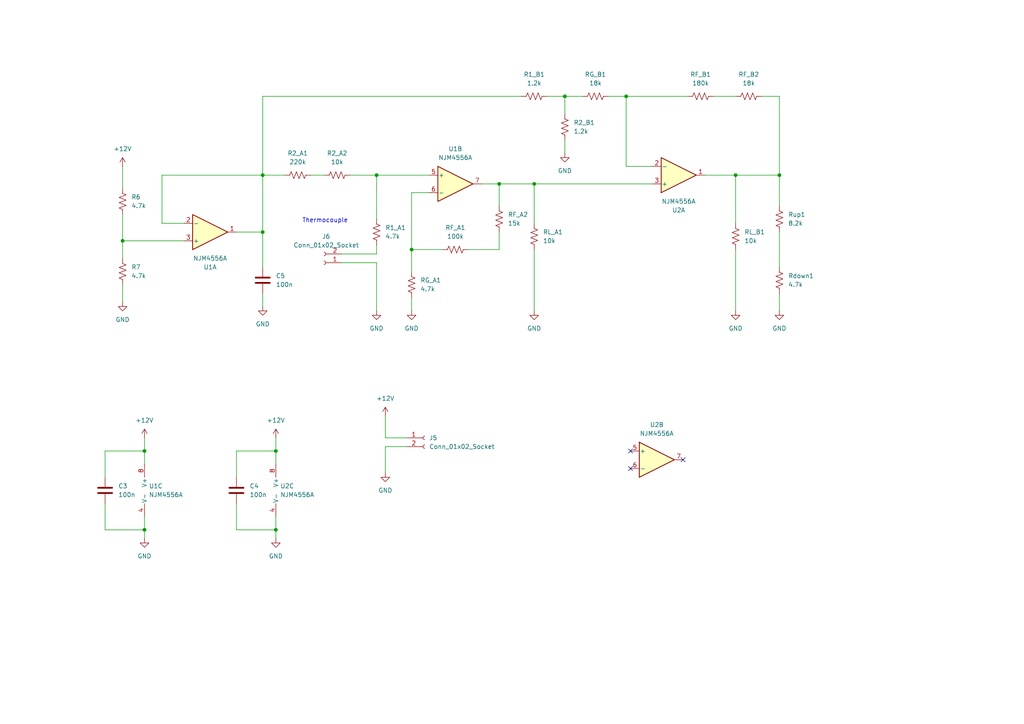
<source format=kicad_sch>
(kicad_sch (version 20230121) (generator eeschema)
  (paper "A4")
  (title_block (title "Thermocouple amplifier") (date "2024-03-27") (rev "1.0.1") (company "Philipp Rapp"))
  (lib_symbols
    (symbol "Amplifier_Operational:NJM4556A" (pin_names (offset 0.127))
      (property "Reference" "U" (at 0 5.08 0))
      (property "Value" "NJM4556A" (at 0 -5.08 0))
      (symbol "NJM4556A_1_1"
        (polyline (pts (xy -5.08 5.08) (xy 5.08 0) (xy -5.08 -5.08) (xy -5.08 5.08)) (stroke (width 0.254)) (fill (type background)))
        (pin output line (at 7.62 0 180) (length 2.54) (name "~") (number "1"))
        (pin input line (at -7.62 -2.54 0) (length 2.54) (name "-") (number "2"))
        (pin input line (at -7.62 2.54 0) (length 2.54) (name "+") (number "3"))
      )
      (symbol "NJM4556A_2_1"
        (polyline (pts (xy -5.08 5.08) (xy 5.08 0) (xy -5.08 -5.08) (xy -5.08 5.08)) (stroke (width 0.254)) (fill (type background)))
        (pin input line (at -7.62 2.54 0) (length 2.54) (name "+") (number "5"))
        (pin input line (at -7.62 -2.54 0) (length 2.54) (name "-") (number "6"))
        (pin output line (at 7.62 0 180) (length 2.54) (name "~") (number "7"))
      )
      (symbol "NJM4556A_3_1"
        (pin power_in line (at -2.54 -7.62 90) (length 3.81) (name "V-") (number "4"))
        (pin power_in line (at -2.54 7.62 270) (length 3.81) (name "V+") (number "8"))
      )
    )
    (symbol "Connector:Conn_01x02_Socket" (pin_names (offset 1.016) hide)
      (property "Reference" "J" (at 0 2.54 0))
      (property "Value" "Conn_01x02_Socket" (at 0 -5.08 0))
      (symbol "Conn_01x02_Socket_1_1"
        (arc (start 0 -2.032) (mid -0.5058 -2.54) (end 0 -3.048) (stroke (width 0.1524)))
        (polyline (pts (xy -1.27 -2.54) (xy -0.508 -2.54)) (stroke (width 0.1524)))
        (polyline (pts (xy -1.27 0) (xy -0.508 0)) (stroke (width 0.1524)))
        (arc (start 0 0.508) (mid -0.5058 0) (end 0 -0.508) (stroke (width 0.1524)))
        (pin passive line (at -5.08 0 0) (length 3.81) (name "Pin_1") (number "1"))
        (pin passive line (at -5.08 -2.54 0) (length 3.81) (name "Pin_2") (number "2"))
      )
    )
    (symbol "Device:C" (pin_numbers hide) (pin_names (offset 0.254))
      (property "Reference" "C" (at 0.635 2.54 0))
      (property "Value" "C" (at 0.635 -2.54 0))
      (symbol "C_0_1"
        (polyline (pts (xy -2.032 -0.762) (xy 2.032 -0.762)) (stroke (width 0.508)))
        (polyline (pts (xy -2.032 0.762) (xy 2.032 0.762)) (stroke (width 0.508)))
      )
      (symbol "C_1_1"
        (pin passive line (at 0 3.81 270) (length 2.794) (name "~") (number "1"))
        (pin passive line (at 0 -3.81 90) (length 2.794) (name "~") (number "2"))
      )
    )
    (symbol "Device:R_US" (pin_numbers hide) (pin_names (offset 0))
      (property "Reference" "R" (at 2.54 0 90))
      (property "Value" "R_US" (at -2.54 0 90))
      (symbol "R_US_0_1"
        (polyline (pts (xy 0 -2.286) (xy 0 -2.54)))
        (polyline (pts (xy 0 2.286) (xy 0 2.54)))
        (polyline (pts (xy 0 -0.762) (xy 1.016 -1.143) (xy 0 -1.524) (xy -1.016 -1.905) (xy 0 -2.286)))
        (polyline (pts (xy 0 0.762) (xy 1.016 0.381) (xy 0 0) (xy -1.016 -0.381) (xy 0 -0.762)))
        (polyline (pts (xy 0 2.286) (xy 1.016 1.905) (xy 0 1.524) (xy -1.016 1.143) (xy 0 0.762)))
      )
      (symbol "R_US_1_1"
        (pin passive line (at 0 3.81 270) (length 1.27) (name "~") (number "1"))
        (pin passive line (at 0 -3.81 90) (length 1.27) (name "~") (number "2"))
      )
    )
    (symbol "power:+12V" (power) (pin_names (offset 0))
      (property "Value" "+12V" (at 0 3.556 0))
      (symbol "+12V_0_1"
        (polyline (pts (xy -0.762 1.27) (xy 0 2.54)))
        (polyline (pts (xy 0 0) (xy 0 2.54)))
        (polyline (pts (xy 0 2.54) (xy 0.762 1.27)))
      )
      (symbol "+12V_1_1"
        (pin power_in line (at 0 0 90) (length 0) hide (name "+12V") (number "1"))
      )
    )
    (symbol "power:GND" (power) (pin_names (offset 0))
      (property "Value" "GND" (at 0 -3.81 0))
      (symbol "GND_0_1"
        (polyline (pts (xy 0 0) (xy 0 -1.27) (xy 1.27 -1.27) (xy 0 -2.54) (xy -1.27 -1.27) (xy 0 -1.27)))
      )
      (symbol "GND_1_1"
        (pin power_in line (at 0 0 270) (length 0) hide (name "GND") (number "1"))
      )
    )
  )
  (junction (at 41.91 153.67))
  (junction (at 76.2 50.8))
  (junction (at 226.06 50.8))
  (junction (at 181.61 27.94))
  (junction (at 80.01 130.81))
  (junction (at 80.01 153.67))
  (junction (at 35.56 69.85))
  (junction (at 154.94 53.34))
  (junction (at 213.36 50.8))
  (junction (at 119.38 72.39))
  (junction (at 76.2 67.31))
  (junction (at 163.83 27.94))
  (junction (at 41.91 130.81))
  (junction (at 109.22 50.8))
  (junction (at 144.78 53.34))
  (no_connect (at 182.88 135.89))
  (no_connect (at 182.88 130.81))
  (no_connect (at 198.12 133.35))
  (wire (pts (xy 189.23 48.26) (xy 181.61 48.26)))
  (wire (pts (xy 213.36 72.39) (xy 213.36 90.17)))
  (wire (pts (xy 119.38 55.88) (xy 119.38 72.39)))
  (wire (pts (xy 158.75 27.94) (xy 163.83 27.94)))
  (wire (pts (xy 41.91 130.81) (xy 30.48 130.81)))
  (wire (pts (xy 226.06 67.31) (xy 226.06 77.47)))
  (wire (pts (xy 109.22 76.2) (xy 109.22 90.17)))
  (wire (pts (xy 46.99 50.8) (xy 46.99 64.77)))
  (wire (pts (xy 80.01 149.86) (xy 80.01 153.67)))
  (wire (pts (xy 35.56 48.26) (xy 35.56 54.61)))
  (wire (pts (xy 144.78 67.31) (xy 144.78 72.39)))
  (wire (pts (xy 99.06 76.2) (xy 109.22 76.2)))
  (wire (pts (xy 135.89 72.39) (xy 144.78 72.39)))
  (wire (pts (xy 76.2 50.8) (xy 82.55 50.8)))
  (wire (pts (xy 154.94 72.39) (xy 154.94 90.17)))
  (wire (pts (xy 76.2 27.94) (xy 151.13 27.94)))
  (wire (pts (xy 76.2 50.8) (xy 76.2 27.94)))
  (wire (pts (xy 109.22 71.12) (xy 109.22 73.66)))
  (wire (pts (xy 80.01 127) (xy 80.01 130.81)))
  (wire (pts (xy 111.76 129.54) (xy 111.76 137.16)))
  (wire (pts (xy 226.06 50.8) (xy 226.06 59.69)))
  (wire (pts (xy 41.91 153.67) (xy 41.91 156.21)))
  (wire (pts (xy 68.58 146.05) (xy 68.58 153.67)))
  (wire (pts (xy 30.48 153.67) (xy 41.91 153.67)))
  (wire (pts (xy 90.17 50.8) (xy 93.98 50.8)))
  (wire (pts (xy 226.06 27.94) (xy 226.06 50.8)))
  (wire (pts (xy 109.22 50.8) (xy 109.22 63.5)))
  (wire (pts (xy 76.2 50.8) (xy 46.99 50.8)))
  (wire (pts (xy 30.48 146.05) (xy 30.48 153.67)))
  (wire (pts (xy 213.36 50.8) (xy 204.47 50.8)))
  (wire (pts (xy 144.78 53.34) (xy 154.94 53.34)))
  (wire (pts (xy 176.53 27.94) (xy 181.61 27.94)))
  (wire (pts (xy 41.91 149.86) (xy 41.91 153.67)))
  (wire (pts (xy 80.01 130.81) (xy 80.01 134.62)))
  (wire (pts (xy 119.38 72.39) (xy 119.38 78.74)))
  (wire (pts (xy 119.38 86.36) (xy 119.38 90.17)))
  (wire (pts (xy 35.56 62.23) (xy 35.56 69.85)))
  (wire (pts (xy 41.91 127) (xy 41.91 130.81)))
  (wire (pts (xy 226.06 85.09) (xy 226.06 90.17)))
  (wire (pts (xy 163.83 40.64) (xy 163.83 44.45)))
  (wire (pts (xy 163.83 27.94) (xy 163.83 33.02)))
  (wire (pts (xy 35.56 82.55) (xy 35.56 87.63)))
  (wire (pts (xy 30.48 130.81) (xy 30.48 138.43)))
  (wire (pts (xy 80.01 153.67) (xy 80.01 156.21)))
  (wire (pts (xy 119.38 72.39) (xy 128.27 72.39)))
  (wire (pts (xy 35.56 69.85) (xy 35.56 74.93)))
  (wire (pts (xy 109.22 73.66) (xy 99.06 73.66)))
  (wire (pts (xy 163.83 27.94) (xy 168.91 27.94)))
  (wire (pts (xy 226.06 50.8) (xy 213.36 50.8)))
  (wire (pts (xy 46.99 64.77) (xy 53.34 64.77)))
  (wire (pts (xy 111.76 127) (xy 118.11 127)))
  (wire (pts (xy 144.78 53.34) (xy 144.78 59.69)))
  (wire (pts (xy 41.91 130.81) (xy 41.91 134.62)))
  (wire (pts (xy 68.58 67.31) (xy 76.2 67.31)))
  (wire (pts (xy 76.2 85.09) (xy 76.2 88.9)))
  (wire (pts (xy 181.61 48.26) (xy 181.61 27.94)))
  (wire (pts (xy 68.58 153.67) (xy 80.01 153.67)))
  (wire (pts (xy 213.36 50.8) (xy 213.36 64.77)))
  (wire (pts (xy 111.76 120.65) (xy 111.76 127)))
  (wire (pts (xy 76.2 67.31) (xy 76.2 77.47)))
  (wire (pts (xy 101.6 50.8) (xy 109.22 50.8)))
  (wire (pts (xy 220.98 27.94) (xy 226.06 27.94)))
  (wire (pts (xy 80.01 130.81) (xy 68.58 130.81)))
  (wire (pts (xy 181.61 27.94) (xy 199.39 27.94)))
  (wire (pts (xy 76.2 67.31) (xy 76.2 50.8)))
  (wire (pts (xy 139.7 53.34) (xy 144.78 53.34)))
  (wire (pts (xy 35.56 69.85) (xy 53.34 69.85)))
  (wire (pts (xy 68.58 130.81) (xy 68.58 138.43)))
  (wire (pts (xy 109.22 50.8) (xy 124.46 50.8)))
  (wire (pts (xy 154.94 53.34) (xy 189.23 53.34)))
  (wire (pts (xy 207.01 27.94) (xy 213.36 27.94)))
  (wire (pts (xy 118.11 129.54) (xy 111.76 129.54)))
  (wire (pts (xy 124.46 55.88) (xy 119.38 55.88)))
  (wire (pts (xy 154.94 53.34) (xy 154.94 64.77)))
  (text "Thermocouple" (at 87.63 64.77 0) (effects (font (size 1.27 1.27)) (justify left bottom)))
  (symbol (lib_id "Device:R_US") (at 213.36 68.58 180) (unit 1)
    (property "Reference" "RL_B1" (at 215.9 67.31 0) (effects (justify right)))
    (property "Value" "10k" (at 215.9 69.85 0) (effects (justify right)))
    (property "Footprint" "Resistor_THT:R_Axial_DIN0207_L6.3mm_D2.5mm_P10.16mm_Horizontal" (effects hide))
  )
  (symbol (lib_id "Device:R_US") (at 97.79 50.8 90) (unit 1)
    (property "Reference" "R2_A2" (at 97.79 44.45 90))
    (property "Value" "10k" (at 97.79 46.99 90))
    (property "Footprint" "Resistor_THT:R_Axial_DIN0207_L6.3mm_D2.5mm_P10.16mm_Horizontal" (effects hide))
  )
  (symbol (lib_id "Connector:Conn_01x02_Socket") (at 93.98 76.2 180) (unit 1)
    (property "Reference" "J6" (at 94.615 68.58 0))
    (property "Value" "Conn_01x02_Socket" (at 94.615 71.12 0))
    (property "Footprint" "Connector_PinSocket_2.54mm:PinSocket_1x02_P2.54mm_Vertical" (effects hide))
  )
  (symbol (lib_id "Amplifier_Operational:NJM4556A") (at 82.55 142.24 0) (unit 3)
    (property "Reference" "U2" (at 81.28 140.97 0) (effects (justify left)))
    (property "Value" "NJM4556A" (at 81.28 143.51 0) (effects (justify left)))
    (property "Footprint" "Package_SO:TSSOP-8_4.4x3mm_P0.65mm" (effects hide))
    (property "Datasheet" "http://www.njr.com/semicon/PDF/NJM4556A_E.pdf" (effects hide))
  )
  (symbol (lib_id "power:GND") (at 80.01 156.21 0) (unit 1)
    (property "Reference" "#PWR024" (effects hide))
    (property "Value" "GND" (at 80.01 161.29 0))
  )
  (symbol (lib_id "Device:C") (at 76.2 81.28 0) (unit 1)
    (property "Reference" "C5" (at 80.01 80.01 0) (effects (justify left)))
    (property "Value" "100n" (at 80.01 82.55 0) (effects (justify left)))
    (property "Footprint" "Capacitor_THT:C_Disc_D5.0mm_W2.5mm_P2.50mm" (effects hide))
  )
  (symbol (lib_id "Device:R_US") (at 109.22 67.31 180) (unit 1)
    (property "Reference" "R1_A1" (at 111.76 66.04 0) (effects (justify right)))
    (property "Value" "4.7k" (at 111.76 68.58 0) (effects (justify right)))
    (property "Footprint" "Resistor_THT:R_Axial_DIN0207_L6.3mm_D2.5mm_P10.16mm_Horizontal" (effects hide))
  )
  (symbol (lib_id "Connector:Conn_01x02_Socket") (at 123.19 127 0) (unit 1)
    (property "Reference" "J5" (at 124.46 127 0) (effects (justify left)))
    (property "Value" "Conn_01x02_Socket" (at 124.46 129.54 0) (effects (justify left)))
    (property "Footprint" "Connector_PinSocket_2.54mm:PinSocket_1x02_P2.54mm_Vertical" (effects hide))
  )
  (symbol (lib_id "power:+12V") (at 80.01 127 0) (unit 1)
    (property "Reference" "#PWR023" (effects hide))
    (property "Value" "+12V" (at 80.01 121.92 0))
  )
  (symbol (lib_id "power:GND") (at 163.83 44.45 0) (unit 1)
    (property "Reference" "#PWR028" (effects hide))
    (property "Value" "GND" (at 163.83 49.53 0))
  )
  (symbol (lib_id "Device:R_US") (at 154.94 27.94 90) (unit 1)
    (property "Reference" "R1_B1" (at 154.94 21.59 90))
    (property "Value" "1.2k" (at 154.94 24.13 90))
    (property "Footprint" "Resistor_THT:R_Axial_DIN0207_L6.3mm_D2.5mm_P10.16mm_Horizontal" (effects hide))
  )
  (symbol (lib_id "power:GND") (at 119.38 90.17 0) (unit 1)
    (property "Reference" "#PWR026" (effects hide))
    (property "Value" "GND" (at 119.38 95.25 0))
  )
  (symbol (lib_id "Amplifier_Operational:NJM4556A") (at 132.08 53.34 0) (unit 2)
    (property "Reference" "U1" (at 132.08 43.18 0))
    (property "Value" "NJM4556A" (at 132.08 45.72 0))
    (property "Footprint" "Package_SO:TSSOP-8_4.4x3mm_P0.65mm" (effects hide))
    (property "Datasheet" "http://www.njr.com/semicon/PDF/NJM4556A_E.pdf" (effects hide))
  )
  (symbol (lib_id "Device:R_US") (at 163.83 36.83 180) (unit 1)
    (property "Reference" "R2_B1" (at 166.37 35.56 0) (effects (justify right)))
    (property "Value" "1.2k" (at 166.37 38.1 0) (effects (justify right)))
    (property "Footprint" "Resistor_THT:R_Axial_DIN0207_L6.3mm_D2.5mm_P10.16mm_Horizontal" (effects hide))
  )
  (symbol (lib_id "power:GND") (at 213.36 90.17 0) (unit 1)
    (property "Reference" "#PWR029" (effects hide))
    (property "Value" "GND" (at 213.36 95.25 0))
  )
  (symbol (lib_id "Device:R_US") (at 119.38 82.55 180) (unit 1)
    (property "Reference" "RG_A1" (at 121.92 81.28 0) (effects (justify right)))
    (property "Value" "4.7k" (at 121.92 83.82 0) (effects (justify right)))
    (property "Footprint" "Resistor_THT:R_Axial_DIN0207_L6.3mm_D2.5mm_P10.16mm_Horizontal" (effects hide))
  )
  (symbol (lib_id "power:+12V") (at 111.76 120.65 0) (unit 1)
    (property "Reference" "#PWR031" (effects hide))
    (property "Value" "+12V" (at 111.76 115.57 0))
  )
  (symbol (lib_id "Device:R_US") (at 172.72 27.94 90) (unit 1)
    (property "Reference" "RG_B1" (at 172.72 21.59 90))
    (property "Value" "18k" (at 172.72 24.13 90))
    (property "Footprint" "Resistor_THT:R_Axial_DIN0207_L6.3mm_D2.5mm_P10.16mm_Horizontal" (effects hide))
  )
  (symbol (lib_id "power:GND") (at 154.94 90.17 0) (unit 1)
    (property "Reference" "#PWR027" (effects hide))
    (property "Value" "GND" (at 154.94 95.25 0))
  )
  (symbol (lib_id "Device:R_US") (at 35.56 78.74 0) (unit 1)
    (property "Reference" "R7" (at 38.1 77.47 0) (effects (justify left)))
    (property "Value" "4.7k" (at 38.1 80.01 0) (effects (justify left)))
    (property "Footprint" "Resistor_THT:R_Axial_DIN0207_L6.3mm_D2.5mm_P10.16mm_Horizontal" (effects hide))
  )
  (symbol (lib_id "power:GND") (at 41.91 156.21 0) (unit 1)
    (property "Reference" "#PWR021" (effects hide))
    (property "Value" "GND" (at 41.91 161.29 0))
  )
  (symbol (lib_id "Device:R_US") (at 86.36 50.8 90) (unit 1)
    (property "Reference" "R2_A1" (at 86.36 44.45 90))
    (property "Value" "220k" (at 86.36 46.99 90))
    (property "Footprint" "Resistor_THT:R_Axial_DIN0207_L6.3mm_D2.5mm_P10.16mm_Horizontal" (effects hide))
  )
  (symbol (lib_id "power:GND") (at 35.56 87.63 0) (unit 1)
    (property "Reference" "#PWR019" (effects hide))
    (property "Value" "GND" (at 35.56 92.71 0))
  )
  (symbol (lib_id "Device:R_US") (at 226.06 63.5 180) (unit 1)
    (property "Reference" "Rup1" (at 228.6 62.23 0) (effects (justify right)))
    (property "Value" "8.2k" (at 228.6 64.77 0) (effects (justify right)))
    (property "Footprint" "Resistor_THT:R_Axial_DIN0207_L6.3mm_D2.5mm_P10.16mm_Horizontal" (effects hide))
  )
  (symbol (lib_id "power:GND") (at 76.2 88.9 0) (unit 1)
    (property "Reference" "#PWR022" (effects hide))
    (property "Value" "GND" (at 76.2 93.98 0))
  )
  (symbol (lib_id "Amplifier_Operational:NJM4556A") (at 196.85 50.8 0) (mirror x) (unit 1)
    (property "Reference" "U2" (at 196.85 60.96 0))
    (property "Value" "NJM4556A" (at 196.85 58.42 0))
    (property "Footprint" "Package_SO:TSSOP-8_4.4x3mm_P0.65mm" (effects hide))
    (property "Datasheet" "http://www.njr.com/semicon/PDF/NJM4556A_E.pdf" (effects hide))
  )
  (symbol (lib_id "Device:R_US") (at 226.06 81.28 180) (unit 1)
    (property "Reference" "Rdown1" (at 228.6 80.01 0) (effects (justify right)))
    (property "Value" "4.7k" (at 228.6 82.55 0) (effects (justify right)))
    (property "Footprint" "Resistor_THT:R_Axial_DIN0207_L6.3mm_D2.5mm_P10.16mm_Horizontal" (effects hide))
  )
  (symbol (lib_id "power:+12V") (at 35.56 48.26 0) (unit 1)
    (property "Reference" "#PWR018" (effects hide))
    (property "Value" "+12V" (at 35.56 43.18 0))
  )
  (symbol (lib_id "power:+12V") (at 41.91 127 0) (unit 1)
    (property "Reference" "#PWR020" (effects hide))
    (property "Value" "+12V" (at 41.91 121.92 0))
  )
  (symbol (lib_id "Amplifier_Operational:NJM4556A") (at 190.5 133.35 0) (unit 2)
    (property "Reference" "U2" (at 190.5 123.19 0))
    (property "Value" "NJM4556A" (at 190.5 125.73 0))
    (property "Footprint" "Package_SO:TSSOP-8_4.4x3mm_P0.65mm" (effects hide))
    (property "Datasheet" "http://www.njr.com/semicon/PDF/NJM4556A_E.pdf" (effects hide))
  )
  (symbol (lib_id "power:GND") (at 109.22 90.17 0) (unit 1)
    (property "Reference" "#PWR025" (effects hide))
    (property "Value" "GND" (at 109.22 95.25 0))
  )
  (symbol (lib_id "Device:R_US") (at 217.17 27.94 90) (unit 1)
    (property "Reference" "RF_B2" (at 217.17 21.59 90))
    (property "Value" "18k" (at 217.17 24.13 90))
    (property "Footprint" "Resistor_THT:R_Axial_DIN0207_L6.3mm_D2.5mm_P10.16mm_Horizontal" (effects hide))
  )
  (symbol (lib_id "Device:R_US") (at 203.2 27.94 90) (unit 1)
    (property "Reference" "RF_B1" (at 203.2 21.59 90))
    (property "Value" "180k" (at 203.2 24.13 90))
    (property "Footprint" "Resistor_THT:R_Axial_DIN0207_L6.3mm_D2.5mm_P10.16mm_Horizontal" (effects hide))
  )
  (symbol (lib_id "power:GND") (at 226.06 90.17 0) (unit 1)
    (property "Reference" "#PWR030" (effects hide))
    (property "Value" "GND" (at 226.06 95.25 0))
  )
  (symbol (lib_id "Device:C") (at 68.58 142.24 0) (unit 1)
    (property "Reference" "C4" (at 72.39 140.97 0) (effects (justify left)))
    (property "Value" "100n" (at 72.39 143.51 0) (effects (justify left)))
    (property "Footprint" "Capacitor_THT:C_Disc_D5.0mm_W2.5mm_P2.50mm" (effects hide))
  )
  (symbol (lib_id "Device:C") (at 30.48 142.24 0) (unit 1)
    (property "Reference" "C3" (at 34.29 140.97 0) (effects (justify left)))
    (property "Value" "100n" (at 34.29 143.51 0) (effects (justify left)))
    (property "Footprint" "Capacitor_THT:C_Disc_D5.0mm_W2.5mm_P2.50mm" (effects hide))
  )
  (symbol (lib_id "Device:R_US") (at 35.56 58.42 0) (unit 1)
    (property "Reference" "R6" (at 38.1 57.15 0) (effects (justify left)))
    (property "Value" "4.7k" (at 38.1 59.69 0) (effects (justify left)))
    (property "Footprint" "Resistor_THT:R_Axial_DIN0207_L6.3mm_D2.5mm_P10.16mm_Horizontal" (effects hide))
  )
  (symbol (lib_id "Amplifier_Operational:NJM4556A") (at 44.45 142.24 0) (unit 3)
    (property "Reference" "U1" (at 43.18 140.97 0) (effects (justify left)))
    (property "Value" "NJM4556A" (at 43.18 143.51 0) (effects (justify left)))
    (property "Footprint" "Package_SO:TSSOP-8_4.4x3mm_P0.65mm" (effects hide))
    (property "Datasheet" "http://www.njr.com/semicon/PDF/NJM4556A_E.pdf" (effects hide))
  )
  (symbol (lib_id "Device:R_US") (at 144.78 63.5 0) (unit 1)
    (property "Reference" "RF_A2" (at 147.32 62.23 0) (effects (justify left)))
    (property "Value" "15k" (at 147.32 64.77 0) (effects (justify left)))
    (property "Footprint" "Resistor_THT:R_Axial_DIN0207_L6.3mm_D2.5mm_P10.16mm_Horizontal" (effects hide))
  )
  (symbol (lib_id "Amplifier_Operational:NJM4556A") (at 60.96 67.31 0) (mirror x) (unit 1)
    (property "Reference" "U1" (at 60.96 77.47 0))
    (property "Value" "NJM4556A" (at 60.96 74.93 0))
    (property "Footprint" "Package_SO:TSSOP-8_4.4x3mm_P0.65mm" (effects hide))
    (property "Datasheet" "http://www.njr.com/semicon/PDF/NJM4556A_E.pdf" (effects hide))
  )
  (symbol (lib_id "power:GND") (at 111.76 137.16 0) (unit 1)
    (property "Reference" "#PWR032" (effects hide))
    (property "Value" "GND" (at 111.76 142.24 0))
  )
  (symbol (lib_id "Device:R_US") (at 154.94 68.58 180) (unit 1)
    (property "Reference" "RL_A1" (at 157.48 67.31 0) (effects (justify right)))
    (property "Value" "10k" (at 157.48 69.85 0) (effects (justify right)))
    (property "Footprint" "Resistor_THT:R_Axial_DIN0207_L6.3mm_D2.5mm_P10.16mm_Horizontal" (effects hide))
  )
  (symbol (lib_id "Device:R_US") (at 132.08 72.39 90) (unit 1)
    (property "Reference" "RF_A1" (at 132.08 66.04 90))
    (property "Value" "100k" (at 132.08 68.58 90))
    (property "Footprint" "Resistor_THT:R_Axial_DIN0207_L6.3mm_D2.5mm_P10.16mm_Horizontal" (effects hide))
  )
)
</source>
